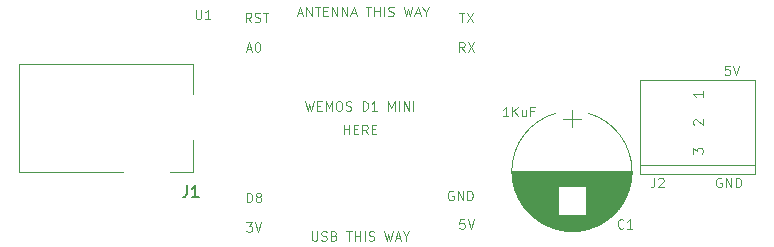
<source format=gbr>
%TF.GenerationSoftware,KiCad,Pcbnew,(5.0.0-3-g5ebb6b6)*%
%TF.CreationDate,2019-03-22T16:01:31+00:00*%
%TF.ProjectId,moodie_control_board,6D6F6F6469655F636F6E74726F6C5F62,rev?*%
%TF.SameCoordinates,Original*%
%TF.FileFunction,Legend,Top*%
%TF.FilePolarity,Positive*%
%FSLAX46Y46*%
G04 Gerber Fmt 4.6, Leading zero omitted, Abs format (unit mm)*
G04 Created by KiCad (PCBNEW (5.0.0-3-g5ebb6b6)) date Friday 22 March 2019 at 16:01:31*
%MOMM*%
%LPD*%
G01*
G04 APERTURE LIST*
%ADD10C,0.100000*%
%ADD11C,0.120000*%
%ADD12C,0.150000*%
G04 APERTURE END LIST*
D10*
X105347619Y-92311904D02*
X104966666Y-92311904D01*
X104928571Y-92692857D01*
X104966666Y-92654761D01*
X105042857Y-92616666D01*
X105233333Y-92616666D01*
X105309523Y-92654761D01*
X105347619Y-92692857D01*
X105385714Y-92769047D01*
X105385714Y-92959523D01*
X105347619Y-93035714D01*
X105309523Y-93073809D01*
X105233333Y-93111904D01*
X105042857Y-93111904D01*
X104966666Y-93073809D01*
X104928571Y-93035714D01*
X105614285Y-92311904D02*
X105880952Y-93111904D01*
X106147619Y-92311904D01*
X104640476Y-101850000D02*
X104564285Y-101811904D01*
X104450000Y-101811904D01*
X104335714Y-101850000D01*
X104259523Y-101926190D01*
X104221428Y-102002380D01*
X104183333Y-102154761D01*
X104183333Y-102269047D01*
X104221428Y-102421428D01*
X104259523Y-102497619D01*
X104335714Y-102573809D01*
X104450000Y-102611904D01*
X104526190Y-102611904D01*
X104640476Y-102573809D01*
X104678571Y-102535714D01*
X104678571Y-102269047D01*
X104526190Y-102269047D01*
X105021428Y-102611904D02*
X105021428Y-101811904D01*
X105478571Y-102611904D01*
X105478571Y-101811904D01*
X105859523Y-102611904D02*
X105859523Y-101811904D01*
X106050000Y-101811904D01*
X106164285Y-101850000D01*
X106240476Y-101926190D01*
X106278571Y-102002380D01*
X106316666Y-102154761D01*
X106316666Y-102269047D01*
X106278571Y-102421428D01*
X106240476Y-102497619D01*
X106164285Y-102573809D01*
X106050000Y-102611904D01*
X105859523Y-102611904D01*
X97750000Y-100700000D02*
X107500000Y-100700000D01*
X107500000Y-93500000D02*
X107500000Y-101500000D01*
X97750000Y-93500000D02*
X97750000Y-101500000D01*
X97750000Y-101500000D02*
X107500000Y-101500000D01*
X97750000Y-93500000D02*
X107500000Y-93500000D01*
D11*
X92750000Y-96800000D02*
X91250000Y-96800000D01*
X92000000Y-96050000D02*
X92000000Y-97550000D01*
X92279000Y-106331000D02*
X91721000Y-106331000D01*
X92672000Y-106291000D02*
X91328000Y-106291000D01*
X92913000Y-106251000D02*
X91087000Y-106251000D01*
X93104000Y-106211000D02*
X90896000Y-106211000D01*
X93265000Y-106171000D02*
X90735000Y-106171000D01*
X93407000Y-106131000D02*
X90593000Y-106131000D01*
X93536000Y-106091000D02*
X90464000Y-106091000D01*
X93654000Y-106051000D02*
X90346000Y-106051000D01*
X93763000Y-106011000D02*
X90237000Y-106011000D01*
X93866000Y-105971000D02*
X90134000Y-105971000D01*
X93962000Y-105931000D02*
X90038000Y-105931000D01*
X94053000Y-105891000D02*
X89947000Y-105891000D01*
X94140000Y-105851000D02*
X89860000Y-105851000D01*
X94222000Y-105811000D02*
X89778000Y-105811000D01*
X94301000Y-105771000D02*
X89699000Y-105771000D01*
X94377000Y-105731000D02*
X89623000Y-105731000D01*
X94449000Y-105691000D02*
X89551000Y-105691000D01*
X94519000Y-105651000D02*
X89481000Y-105651000D01*
X94587000Y-105611000D02*
X89413000Y-105611000D01*
X94652000Y-105571000D02*
X89348000Y-105571000D01*
X94715000Y-105531000D02*
X89285000Y-105531000D01*
X94777000Y-105491000D02*
X89223000Y-105491000D01*
X94836000Y-105451000D02*
X89164000Y-105451000D01*
X94894000Y-105411000D02*
X89106000Y-105411000D01*
X94949000Y-105371000D02*
X89051000Y-105371000D01*
X95004000Y-105331000D02*
X88996000Y-105331000D01*
X95057000Y-105291000D02*
X88943000Y-105291000D01*
X95108000Y-105251000D02*
X88892000Y-105251000D01*
X95158000Y-105211000D02*
X88842000Y-105211000D01*
X95207000Y-105171000D02*
X88793000Y-105171000D01*
X95255000Y-105131000D02*
X88745000Y-105131000D01*
X95302000Y-105091000D02*
X88698000Y-105091000D01*
X95347000Y-105051000D02*
X88653000Y-105051000D01*
X95391000Y-105011000D02*
X88609000Y-105011000D01*
X95435000Y-104971000D02*
X88565000Y-104971000D01*
X95477000Y-104931000D02*
X88523000Y-104931000D01*
X90819000Y-104891000D02*
X88482000Y-104891000D01*
X95518000Y-104891000D02*
X93181000Y-104891000D01*
X90819000Y-104851000D02*
X88441000Y-104851000D01*
X95559000Y-104851000D02*
X93181000Y-104851000D01*
X90819000Y-104811000D02*
X88402000Y-104811000D01*
X95598000Y-104811000D02*
X93181000Y-104811000D01*
X90819000Y-104771000D02*
X88363000Y-104771000D01*
X95637000Y-104771000D02*
X93181000Y-104771000D01*
X90819000Y-104731000D02*
X88325000Y-104731000D01*
X95675000Y-104731000D02*
X93181000Y-104731000D01*
X90819000Y-104691000D02*
X88288000Y-104691000D01*
X95712000Y-104691000D02*
X93181000Y-104691000D01*
X90819000Y-104651000D02*
X88252000Y-104651000D01*
X95748000Y-104651000D02*
X93181000Y-104651000D01*
X90819000Y-104611000D02*
X88216000Y-104611000D01*
X95784000Y-104611000D02*
X93181000Y-104611000D01*
X90819000Y-104571000D02*
X88181000Y-104571000D01*
X95819000Y-104571000D02*
X93181000Y-104571000D01*
X90819000Y-104531000D02*
X88147000Y-104531000D01*
X95853000Y-104531000D02*
X93181000Y-104531000D01*
X90819000Y-104491000D02*
X88114000Y-104491000D01*
X95886000Y-104491000D02*
X93181000Y-104491000D01*
X90819000Y-104451000D02*
X88081000Y-104451000D01*
X95919000Y-104451000D02*
X93181000Y-104451000D01*
X90819000Y-104411000D02*
X88049000Y-104411000D01*
X95951000Y-104411000D02*
X93181000Y-104411000D01*
X90819000Y-104371000D02*
X88018000Y-104371000D01*
X95982000Y-104371000D02*
X93181000Y-104371000D01*
X90819000Y-104331000D02*
X87987000Y-104331000D01*
X96013000Y-104331000D02*
X93181000Y-104331000D01*
X90819000Y-104291000D02*
X87957000Y-104291000D01*
X96043000Y-104291000D02*
X93181000Y-104291000D01*
X90819000Y-104251000D02*
X87928000Y-104251000D01*
X96072000Y-104251000D02*
X93181000Y-104251000D01*
X90819000Y-104211000D02*
X87899000Y-104211000D01*
X96101000Y-104211000D02*
X93181000Y-104211000D01*
X90819000Y-104171000D02*
X87870000Y-104171000D01*
X96130000Y-104171000D02*
X93181000Y-104171000D01*
X90819000Y-104131000D02*
X87843000Y-104131000D01*
X96157000Y-104131000D02*
X93181000Y-104131000D01*
X90819000Y-104091000D02*
X87815000Y-104091000D01*
X96185000Y-104091000D02*
X93181000Y-104091000D01*
X90819000Y-104051000D02*
X87789000Y-104051000D01*
X96211000Y-104051000D02*
X93181000Y-104051000D01*
X90819000Y-104011000D02*
X87763000Y-104011000D01*
X96237000Y-104011000D02*
X93181000Y-104011000D01*
X90819000Y-103971000D02*
X87737000Y-103971000D01*
X96263000Y-103971000D02*
X93181000Y-103971000D01*
X90819000Y-103931000D02*
X87712000Y-103931000D01*
X96288000Y-103931000D02*
X93181000Y-103931000D01*
X90819000Y-103891000D02*
X87688000Y-103891000D01*
X96312000Y-103891000D02*
X93181000Y-103891000D01*
X90819000Y-103851000D02*
X87664000Y-103851000D01*
X96336000Y-103851000D02*
X93181000Y-103851000D01*
X90819000Y-103811000D02*
X87640000Y-103811000D01*
X96360000Y-103811000D02*
X93181000Y-103811000D01*
X90819000Y-103771000D02*
X87617000Y-103771000D01*
X96383000Y-103771000D02*
X93181000Y-103771000D01*
X90819000Y-103731000D02*
X87595000Y-103731000D01*
X96405000Y-103731000D02*
X93181000Y-103731000D01*
X90819000Y-103691000D02*
X87572000Y-103691000D01*
X96428000Y-103691000D02*
X93181000Y-103691000D01*
X90819000Y-103651000D02*
X87551000Y-103651000D01*
X96449000Y-103651000D02*
X93181000Y-103651000D01*
X90819000Y-103611000D02*
X87530000Y-103611000D01*
X96470000Y-103611000D02*
X93181000Y-103611000D01*
X90819000Y-103571000D02*
X87509000Y-103571000D01*
X96491000Y-103571000D02*
X93181000Y-103571000D01*
X90819000Y-103531000D02*
X87489000Y-103531000D01*
X96511000Y-103531000D02*
X93181000Y-103531000D01*
X90819000Y-103491000D02*
X87469000Y-103491000D01*
X96531000Y-103491000D02*
X93181000Y-103491000D01*
X90819000Y-103451000D02*
X87450000Y-103451000D01*
X96550000Y-103451000D02*
X93181000Y-103451000D01*
X90819000Y-103411000D02*
X87431000Y-103411000D01*
X96569000Y-103411000D02*
X93181000Y-103411000D01*
X90819000Y-103371000D02*
X87412000Y-103371000D01*
X96588000Y-103371000D02*
X93181000Y-103371000D01*
X90819000Y-103331000D02*
X87394000Y-103331000D01*
X96606000Y-103331000D02*
X93181000Y-103331000D01*
X90819000Y-103291000D02*
X87376000Y-103291000D01*
X96624000Y-103291000D02*
X93181000Y-103291000D01*
X90819000Y-103251000D02*
X87359000Y-103251000D01*
X96641000Y-103251000D02*
X93181000Y-103251000D01*
X90819000Y-103211000D02*
X87342000Y-103211000D01*
X96658000Y-103211000D02*
X93181000Y-103211000D01*
X90819000Y-103171000D02*
X87326000Y-103171000D01*
X96674000Y-103171000D02*
X93181000Y-103171000D01*
X90819000Y-103131000D02*
X87309000Y-103131000D01*
X96691000Y-103131000D02*
X93181000Y-103131000D01*
X90819000Y-103091000D02*
X87294000Y-103091000D01*
X96706000Y-103091000D02*
X93181000Y-103091000D01*
X90819000Y-103051000D02*
X87278000Y-103051000D01*
X96722000Y-103051000D02*
X93181000Y-103051000D01*
X90819000Y-103011000D02*
X87263000Y-103011000D01*
X96737000Y-103011000D02*
X93181000Y-103011000D01*
X90819000Y-102971000D02*
X87249000Y-102971000D01*
X96751000Y-102971000D02*
X93181000Y-102971000D01*
X90819000Y-102931000D02*
X87235000Y-102931000D01*
X96765000Y-102931000D02*
X93181000Y-102931000D01*
X90819000Y-102891000D02*
X87221000Y-102891000D01*
X96779000Y-102891000D02*
X93181000Y-102891000D01*
X90819000Y-102851000D02*
X87208000Y-102851000D01*
X96792000Y-102851000D02*
X93181000Y-102851000D01*
X90819000Y-102811000D02*
X87194000Y-102811000D01*
X96806000Y-102811000D02*
X93181000Y-102811000D01*
X90819000Y-102771000D02*
X87182000Y-102771000D01*
X96818000Y-102771000D02*
X93181000Y-102771000D01*
X90819000Y-102731000D02*
X87169000Y-102731000D01*
X96831000Y-102731000D02*
X93181000Y-102731000D01*
X90819000Y-102691000D02*
X87157000Y-102691000D01*
X96843000Y-102691000D02*
X93181000Y-102691000D01*
X90819000Y-102651000D02*
X87146000Y-102651000D01*
X96854000Y-102651000D02*
X93181000Y-102651000D01*
X90819000Y-102611000D02*
X87135000Y-102611000D01*
X96865000Y-102611000D02*
X93181000Y-102611000D01*
X90819000Y-102571000D02*
X87124000Y-102571000D01*
X96876000Y-102571000D02*
X93181000Y-102571000D01*
X96887000Y-102531000D02*
X87113000Y-102531000D01*
X96897000Y-102491000D02*
X87103000Y-102491000D01*
X96907000Y-102451000D02*
X87093000Y-102451000D01*
X96917000Y-102411000D02*
X87083000Y-102411000D01*
X96926000Y-102371000D02*
X87074000Y-102371000D01*
X96935000Y-102331000D02*
X87065000Y-102331000D01*
X96943000Y-102291000D02*
X87057000Y-102291000D01*
X96951000Y-102251000D02*
X87049000Y-102251000D01*
X96959000Y-102211000D02*
X87041000Y-102211000D01*
X96967000Y-102171000D02*
X87033000Y-102171000D01*
X96974000Y-102131000D02*
X87026000Y-102131000D01*
X96981000Y-102091000D02*
X87019000Y-102091000D01*
X96987000Y-102051000D02*
X87013000Y-102051000D01*
X96993000Y-102011000D02*
X87007000Y-102011000D01*
X96999000Y-101971000D02*
X87001000Y-101971000D01*
X97005000Y-101930000D02*
X86995000Y-101930000D01*
X97010000Y-101890000D02*
X86990000Y-101890000D01*
X97015000Y-101850000D02*
X86985000Y-101850000D01*
X97020000Y-101810000D02*
X86980000Y-101810000D01*
X97024000Y-101770000D02*
X86976000Y-101770000D01*
X97028000Y-101730000D02*
X86972000Y-101730000D01*
X97031000Y-101690000D02*
X86969000Y-101690000D01*
X97035000Y-101650000D02*
X86965000Y-101650000D01*
X97038000Y-101610000D02*
X86962000Y-101610000D01*
X97040000Y-101570000D02*
X86960000Y-101570000D01*
X97043000Y-101530000D02*
X86957000Y-101530000D01*
X97045000Y-101490000D02*
X86955000Y-101490000D01*
X97047000Y-101450000D02*
X86953000Y-101450000D01*
X97048000Y-101410000D02*
X86952000Y-101410000D01*
X97049000Y-101370000D02*
X86951000Y-101370000D01*
X97050000Y-101330000D02*
X86950000Y-101330000D01*
X97050000Y-101290000D02*
X86950000Y-101290000D01*
X97050000Y-101250000D02*
X86950000Y-101250000D01*
X90616736Y-106148437D02*
G75*
G03X93380000Y-106149357I1383264J4898437D01*
G01*
X90616736Y-106148437D02*
G75*
G02X90620000Y-96350643I1383264J4898437D01*
G01*
X93383264Y-106148437D02*
G75*
G03X93380000Y-96350643I-1383264J4898437D01*
G01*
X59900000Y-92150000D02*
X59900000Y-94750000D01*
X45200000Y-92150000D02*
X59900000Y-92150000D01*
X59900000Y-101350000D02*
X58000000Y-101350000D01*
X59900000Y-98650000D02*
X59900000Y-101350000D01*
X45200000Y-101350000D02*
X45200000Y-92150000D01*
X54000000Y-101350000D02*
X45200000Y-101350000D01*
D10*
X98983333Y-101811904D02*
X98983333Y-102383333D01*
X98945238Y-102497619D01*
X98869047Y-102573809D01*
X98754761Y-102611904D01*
X98678571Y-102611904D01*
X99326190Y-101888095D02*
X99364285Y-101850000D01*
X99440476Y-101811904D01*
X99630952Y-101811904D01*
X99707142Y-101850000D01*
X99745238Y-101888095D01*
X99783333Y-101964285D01*
X99783333Y-102040476D01*
X99745238Y-102154761D01*
X99288095Y-102611904D01*
X99783333Y-102611904D01*
X102261904Y-99766666D02*
X102261904Y-99271428D01*
X102566666Y-99538095D01*
X102566666Y-99423809D01*
X102604761Y-99347619D01*
X102642857Y-99309523D01*
X102719047Y-99271428D01*
X102909523Y-99271428D01*
X102985714Y-99309523D01*
X103023809Y-99347619D01*
X103061904Y-99423809D01*
X103061904Y-99652380D01*
X103023809Y-99728571D01*
X102985714Y-99766666D01*
X102338095Y-97328571D02*
X102300000Y-97290476D01*
X102261904Y-97214285D01*
X102261904Y-97023809D01*
X102300000Y-96947619D01*
X102338095Y-96909523D01*
X102414285Y-96871428D01*
X102490476Y-96871428D01*
X102604761Y-96909523D01*
X103061904Y-97366666D01*
X103061904Y-96871428D01*
X103061904Y-94471428D02*
X103061904Y-94928571D01*
X103061904Y-94700000D02*
X102261904Y-94700000D01*
X102376190Y-94776190D01*
X102452380Y-94852380D01*
X102490476Y-94928571D01*
X96366666Y-106035714D02*
X96328571Y-106073809D01*
X96214285Y-106111904D01*
X96138095Y-106111904D01*
X96023809Y-106073809D01*
X95947619Y-105997619D01*
X95909523Y-105921428D01*
X95871428Y-105769047D01*
X95871428Y-105654761D01*
X95909523Y-105502380D01*
X95947619Y-105426190D01*
X96023809Y-105350000D01*
X96138095Y-105311904D01*
X96214285Y-105311904D01*
X96328571Y-105350000D01*
X96366666Y-105388095D01*
X97128571Y-106111904D02*
X96671428Y-106111904D01*
X96900000Y-106111904D02*
X96900000Y-105311904D01*
X96823809Y-105426190D01*
X96747619Y-105502380D01*
X96671428Y-105540476D01*
X86623809Y-96611904D02*
X86166666Y-96611904D01*
X86395238Y-96611904D02*
X86395238Y-95811904D01*
X86319047Y-95926190D01*
X86242857Y-96002380D01*
X86166666Y-96040476D01*
X86966666Y-96611904D02*
X86966666Y-95811904D01*
X87423809Y-96611904D02*
X87080952Y-96154761D01*
X87423809Y-95811904D02*
X86966666Y-96269047D01*
X88109523Y-96078571D02*
X88109523Y-96611904D01*
X87766666Y-96078571D02*
X87766666Y-96497619D01*
X87804761Y-96573809D01*
X87880952Y-96611904D01*
X87995238Y-96611904D01*
X88071428Y-96573809D01*
X88109523Y-96535714D01*
X88757142Y-96192857D02*
X88490476Y-96192857D01*
X88490476Y-96611904D02*
X88490476Y-95811904D01*
X88871428Y-95811904D01*
X60140476Y-87561904D02*
X60140476Y-88209523D01*
X60178571Y-88285714D01*
X60216666Y-88323809D01*
X60292857Y-88361904D01*
X60445238Y-88361904D01*
X60521428Y-88323809D01*
X60559523Y-88285714D01*
X60597619Y-88209523D01*
X60597619Y-87561904D01*
X61397619Y-88361904D02*
X60940476Y-88361904D01*
X61169047Y-88361904D02*
X61169047Y-87561904D01*
X61092857Y-87676190D01*
X61016666Y-87752380D01*
X60940476Y-87790476D01*
X82897619Y-105321904D02*
X82516666Y-105321904D01*
X82478571Y-105702857D01*
X82516666Y-105664761D01*
X82592857Y-105626666D01*
X82783333Y-105626666D01*
X82859523Y-105664761D01*
X82897619Y-105702857D01*
X82935714Y-105779047D01*
X82935714Y-105969523D01*
X82897619Y-106045714D01*
X82859523Y-106083809D01*
X82783333Y-106121904D01*
X82592857Y-106121904D01*
X82516666Y-106083809D01*
X82478571Y-106045714D01*
X83164285Y-105321904D02*
X83430952Y-106121904D01*
X83697619Y-105321904D01*
X81940476Y-102940000D02*
X81864285Y-102901904D01*
X81750000Y-102901904D01*
X81635714Y-102940000D01*
X81559523Y-103016190D01*
X81521428Y-103092380D01*
X81483333Y-103244761D01*
X81483333Y-103359047D01*
X81521428Y-103511428D01*
X81559523Y-103587619D01*
X81635714Y-103663809D01*
X81750000Y-103701904D01*
X81826190Y-103701904D01*
X81940476Y-103663809D01*
X81978571Y-103625714D01*
X81978571Y-103359047D01*
X81826190Y-103359047D01*
X82321428Y-103701904D02*
X82321428Y-102901904D01*
X82778571Y-103701904D01*
X82778571Y-102901904D01*
X83159523Y-103701904D02*
X83159523Y-102901904D01*
X83350000Y-102901904D01*
X83464285Y-102940000D01*
X83540476Y-103016190D01*
X83578571Y-103092380D01*
X83616666Y-103244761D01*
X83616666Y-103359047D01*
X83578571Y-103511428D01*
X83540476Y-103587619D01*
X83464285Y-103663809D01*
X83350000Y-103701904D01*
X83159523Y-103701904D01*
X68795238Y-87893333D02*
X69176190Y-87893333D01*
X68719047Y-88121904D02*
X68985714Y-87321904D01*
X69252380Y-88121904D01*
X69519047Y-88121904D02*
X69519047Y-87321904D01*
X69976190Y-88121904D01*
X69976190Y-87321904D01*
X70242857Y-87321904D02*
X70700000Y-87321904D01*
X70471428Y-88121904D02*
X70471428Y-87321904D01*
X70966666Y-87702857D02*
X71233333Y-87702857D01*
X71347619Y-88121904D02*
X70966666Y-88121904D01*
X70966666Y-87321904D01*
X71347619Y-87321904D01*
X71690476Y-88121904D02*
X71690476Y-87321904D01*
X72147619Y-88121904D01*
X72147619Y-87321904D01*
X72528571Y-88121904D02*
X72528571Y-87321904D01*
X72985714Y-88121904D01*
X72985714Y-87321904D01*
X73328571Y-87893333D02*
X73709523Y-87893333D01*
X73252380Y-88121904D02*
X73519047Y-87321904D01*
X73785714Y-88121904D01*
X74547619Y-87321904D02*
X75004761Y-87321904D01*
X74776190Y-88121904D02*
X74776190Y-87321904D01*
X75271428Y-88121904D02*
X75271428Y-87321904D01*
X75271428Y-87702857D02*
X75728571Y-87702857D01*
X75728571Y-88121904D02*
X75728571Y-87321904D01*
X76109523Y-88121904D02*
X76109523Y-87321904D01*
X76452380Y-88083809D02*
X76566666Y-88121904D01*
X76757142Y-88121904D01*
X76833333Y-88083809D01*
X76871428Y-88045714D01*
X76909523Y-87969523D01*
X76909523Y-87893333D01*
X76871428Y-87817142D01*
X76833333Y-87779047D01*
X76757142Y-87740952D01*
X76604761Y-87702857D01*
X76528571Y-87664761D01*
X76490476Y-87626666D01*
X76452380Y-87550476D01*
X76452380Y-87474285D01*
X76490476Y-87398095D01*
X76528571Y-87360000D01*
X76604761Y-87321904D01*
X76795238Y-87321904D01*
X76909523Y-87360000D01*
X77785714Y-87321904D02*
X77976190Y-88121904D01*
X78128571Y-87550476D01*
X78280952Y-88121904D01*
X78471428Y-87321904D01*
X78738095Y-87893333D02*
X79119047Y-87893333D01*
X78661904Y-88121904D02*
X78928571Y-87321904D01*
X79195238Y-88121904D01*
X79614285Y-87740952D02*
X79614285Y-88121904D01*
X79347619Y-87321904D02*
X79614285Y-87740952D01*
X79880952Y-87321904D01*
X69992857Y-106321904D02*
X69992857Y-106969523D01*
X70030952Y-107045714D01*
X70069047Y-107083809D01*
X70145238Y-107121904D01*
X70297619Y-107121904D01*
X70373809Y-107083809D01*
X70411904Y-107045714D01*
X70450000Y-106969523D01*
X70450000Y-106321904D01*
X70792857Y-107083809D02*
X70907142Y-107121904D01*
X71097619Y-107121904D01*
X71173809Y-107083809D01*
X71211904Y-107045714D01*
X71250000Y-106969523D01*
X71250000Y-106893333D01*
X71211904Y-106817142D01*
X71173809Y-106779047D01*
X71097619Y-106740952D01*
X70945238Y-106702857D01*
X70869047Y-106664761D01*
X70830952Y-106626666D01*
X70792857Y-106550476D01*
X70792857Y-106474285D01*
X70830952Y-106398095D01*
X70869047Y-106360000D01*
X70945238Y-106321904D01*
X71135714Y-106321904D01*
X71250000Y-106360000D01*
X71859523Y-106702857D02*
X71973809Y-106740952D01*
X72011904Y-106779047D01*
X72050000Y-106855238D01*
X72050000Y-106969523D01*
X72011904Y-107045714D01*
X71973809Y-107083809D01*
X71897619Y-107121904D01*
X71592857Y-107121904D01*
X71592857Y-106321904D01*
X71859523Y-106321904D01*
X71935714Y-106360000D01*
X71973809Y-106398095D01*
X72011904Y-106474285D01*
X72011904Y-106550476D01*
X71973809Y-106626666D01*
X71935714Y-106664761D01*
X71859523Y-106702857D01*
X71592857Y-106702857D01*
X72888095Y-106321904D02*
X73345238Y-106321904D01*
X73116666Y-107121904D02*
X73116666Y-106321904D01*
X73611904Y-107121904D02*
X73611904Y-106321904D01*
X73611904Y-106702857D02*
X74069047Y-106702857D01*
X74069047Y-107121904D02*
X74069047Y-106321904D01*
X74450000Y-107121904D02*
X74450000Y-106321904D01*
X74792857Y-107083809D02*
X74907142Y-107121904D01*
X75097619Y-107121904D01*
X75173809Y-107083809D01*
X75211904Y-107045714D01*
X75250000Y-106969523D01*
X75250000Y-106893333D01*
X75211904Y-106817142D01*
X75173809Y-106779047D01*
X75097619Y-106740952D01*
X74945238Y-106702857D01*
X74869047Y-106664761D01*
X74830952Y-106626666D01*
X74792857Y-106550476D01*
X74792857Y-106474285D01*
X74830952Y-106398095D01*
X74869047Y-106360000D01*
X74945238Y-106321904D01*
X75135714Y-106321904D01*
X75250000Y-106360000D01*
X76126190Y-106321904D02*
X76316666Y-107121904D01*
X76469047Y-106550476D01*
X76621428Y-107121904D01*
X76811904Y-106321904D01*
X77078571Y-106893333D02*
X77459523Y-106893333D01*
X77002380Y-107121904D02*
X77269047Y-106321904D01*
X77535714Y-107121904D01*
X77954761Y-106740952D02*
X77954761Y-107121904D01*
X77688095Y-106321904D02*
X77954761Y-106740952D01*
X78221428Y-106321904D01*
X69440476Y-95321904D02*
X69630952Y-96121904D01*
X69783333Y-95550476D01*
X69935714Y-96121904D01*
X70126190Y-95321904D01*
X70430952Y-95702857D02*
X70697619Y-95702857D01*
X70811904Y-96121904D02*
X70430952Y-96121904D01*
X70430952Y-95321904D01*
X70811904Y-95321904D01*
X71154761Y-96121904D02*
X71154761Y-95321904D01*
X71421428Y-95893333D01*
X71688095Y-95321904D01*
X71688095Y-96121904D01*
X72221428Y-95321904D02*
X72373809Y-95321904D01*
X72450000Y-95360000D01*
X72526190Y-95436190D01*
X72564285Y-95588571D01*
X72564285Y-95855238D01*
X72526190Y-96007619D01*
X72450000Y-96083809D01*
X72373809Y-96121904D01*
X72221428Y-96121904D01*
X72145238Y-96083809D01*
X72069047Y-96007619D01*
X72030952Y-95855238D01*
X72030952Y-95588571D01*
X72069047Y-95436190D01*
X72145238Y-95360000D01*
X72221428Y-95321904D01*
X72869047Y-96083809D02*
X72983333Y-96121904D01*
X73173809Y-96121904D01*
X73250000Y-96083809D01*
X73288095Y-96045714D01*
X73326190Y-95969523D01*
X73326190Y-95893333D01*
X73288095Y-95817142D01*
X73250000Y-95779047D01*
X73173809Y-95740952D01*
X73021428Y-95702857D01*
X72945238Y-95664761D01*
X72907142Y-95626666D01*
X72869047Y-95550476D01*
X72869047Y-95474285D01*
X72907142Y-95398095D01*
X72945238Y-95360000D01*
X73021428Y-95321904D01*
X73211904Y-95321904D01*
X73326190Y-95360000D01*
X74278571Y-96121904D02*
X74278571Y-95321904D01*
X74469047Y-95321904D01*
X74583333Y-95360000D01*
X74659523Y-95436190D01*
X74697619Y-95512380D01*
X74735714Y-95664761D01*
X74735714Y-95779047D01*
X74697619Y-95931428D01*
X74659523Y-96007619D01*
X74583333Y-96083809D01*
X74469047Y-96121904D01*
X74278571Y-96121904D01*
X75497619Y-96121904D02*
X75040476Y-96121904D01*
X75269047Y-96121904D02*
X75269047Y-95321904D01*
X75192857Y-95436190D01*
X75116666Y-95512380D01*
X75040476Y-95550476D01*
X76450000Y-96121904D02*
X76450000Y-95321904D01*
X76716666Y-95893333D01*
X76983333Y-95321904D01*
X76983333Y-96121904D01*
X77364285Y-96121904D02*
X77364285Y-95321904D01*
X77745238Y-96121904D02*
X77745238Y-95321904D01*
X78202380Y-96121904D01*
X78202380Y-95321904D01*
X78583333Y-96121904D02*
X78583333Y-95321904D01*
X64478571Y-90893333D02*
X64859523Y-90893333D01*
X64402380Y-91121904D02*
X64669047Y-90321904D01*
X64935714Y-91121904D01*
X65354761Y-90321904D02*
X65430952Y-90321904D01*
X65507142Y-90360000D01*
X65545238Y-90398095D01*
X65583333Y-90474285D01*
X65621428Y-90626666D01*
X65621428Y-90817142D01*
X65583333Y-90969523D01*
X65545238Y-91045714D01*
X65507142Y-91083809D01*
X65430952Y-91121904D01*
X65354761Y-91121904D01*
X65278571Y-91083809D01*
X65240476Y-91045714D01*
X65202380Y-90969523D01*
X65164285Y-90817142D01*
X65164285Y-90626666D01*
X65202380Y-90474285D01*
X65240476Y-90398095D01*
X65278571Y-90360000D01*
X65354761Y-90321904D01*
X64459523Y-103871904D02*
X64459523Y-103071904D01*
X64650000Y-103071904D01*
X64764285Y-103110000D01*
X64840476Y-103186190D01*
X64878571Y-103262380D01*
X64916666Y-103414761D01*
X64916666Y-103529047D01*
X64878571Y-103681428D01*
X64840476Y-103757619D01*
X64764285Y-103833809D01*
X64650000Y-103871904D01*
X64459523Y-103871904D01*
X65373809Y-103414761D02*
X65297619Y-103376666D01*
X65259523Y-103338571D01*
X65221428Y-103262380D01*
X65221428Y-103224285D01*
X65259523Y-103148095D01*
X65297619Y-103110000D01*
X65373809Y-103071904D01*
X65526190Y-103071904D01*
X65602380Y-103110000D01*
X65640476Y-103148095D01*
X65678571Y-103224285D01*
X65678571Y-103262380D01*
X65640476Y-103338571D01*
X65602380Y-103376666D01*
X65526190Y-103414761D01*
X65373809Y-103414761D01*
X65297619Y-103452857D01*
X65259523Y-103490952D01*
X65221428Y-103567142D01*
X65221428Y-103719523D01*
X65259523Y-103795714D01*
X65297619Y-103833809D01*
X65373809Y-103871904D01*
X65526190Y-103871904D01*
X65602380Y-103833809D01*
X65640476Y-103795714D01*
X65678571Y-103719523D01*
X65678571Y-103567142D01*
X65640476Y-103490952D01*
X65602380Y-103452857D01*
X65526190Y-103414761D01*
X64440476Y-105571904D02*
X64935714Y-105571904D01*
X64669047Y-105876666D01*
X64783333Y-105876666D01*
X64859523Y-105914761D01*
X64897619Y-105952857D01*
X64935714Y-106029047D01*
X64935714Y-106219523D01*
X64897619Y-106295714D01*
X64859523Y-106333809D01*
X64783333Y-106371904D01*
X64554761Y-106371904D01*
X64478571Y-106333809D01*
X64440476Y-106295714D01*
X65164285Y-105571904D02*
X65430952Y-106371904D01*
X65697619Y-105571904D01*
X82916666Y-91121904D02*
X82650000Y-90740952D01*
X82459523Y-91121904D02*
X82459523Y-90321904D01*
X82764285Y-90321904D01*
X82840476Y-90360000D01*
X82878571Y-90398095D01*
X82916666Y-90474285D01*
X82916666Y-90588571D01*
X82878571Y-90664761D01*
X82840476Y-90702857D01*
X82764285Y-90740952D01*
X82459523Y-90740952D01*
X83183333Y-90321904D02*
X83716666Y-91121904D01*
X83716666Y-90321904D02*
X83183333Y-91121904D01*
X82440476Y-87821904D02*
X82897619Y-87821904D01*
X82669047Y-88621904D02*
X82669047Y-87821904D01*
X83088095Y-87821904D02*
X83621428Y-88621904D01*
X83621428Y-87821904D02*
X83088095Y-88621904D01*
X64861904Y-88621904D02*
X64595238Y-88240952D01*
X64404761Y-88621904D02*
X64404761Y-87821904D01*
X64709523Y-87821904D01*
X64785714Y-87860000D01*
X64823809Y-87898095D01*
X64861904Y-87974285D01*
X64861904Y-88088571D01*
X64823809Y-88164761D01*
X64785714Y-88202857D01*
X64709523Y-88240952D01*
X64404761Y-88240952D01*
X65166666Y-88583809D02*
X65280952Y-88621904D01*
X65471428Y-88621904D01*
X65547619Y-88583809D01*
X65585714Y-88545714D01*
X65623809Y-88469523D01*
X65623809Y-88393333D01*
X65585714Y-88317142D01*
X65547619Y-88279047D01*
X65471428Y-88240952D01*
X65319047Y-88202857D01*
X65242857Y-88164761D01*
X65204761Y-88126666D01*
X65166666Y-88050476D01*
X65166666Y-87974285D01*
X65204761Y-87898095D01*
X65242857Y-87860000D01*
X65319047Y-87821904D01*
X65509523Y-87821904D01*
X65623809Y-87860000D01*
X65852380Y-87821904D02*
X66309523Y-87821904D01*
X66080952Y-88621904D02*
X66080952Y-87821904D01*
X72697619Y-98121904D02*
X72697619Y-97321904D01*
X72697619Y-97702857D02*
X73154761Y-97702857D01*
X73154761Y-98121904D02*
X73154761Y-97321904D01*
X73535714Y-97702857D02*
X73802380Y-97702857D01*
X73916666Y-98121904D02*
X73535714Y-98121904D01*
X73535714Y-97321904D01*
X73916666Y-97321904D01*
X74716666Y-98121904D02*
X74450000Y-97740952D01*
X74259523Y-98121904D02*
X74259523Y-97321904D01*
X74564285Y-97321904D01*
X74640476Y-97360000D01*
X74678571Y-97398095D01*
X74716666Y-97474285D01*
X74716666Y-97588571D01*
X74678571Y-97664761D01*
X74640476Y-97702857D01*
X74564285Y-97740952D01*
X74259523Y-97740952D01*
X75059523Y-97702857D02*
X75326190Y-97702857D01*
X75440476Y-98121904D02*
X75059523Y-98121904D01*
X75059523Y-97321904D01*
X75440476Y-97321904D01*
D12*
X59416666Y-102452380D02*
X59416666Y-103166666D01*
X59369047Y-103309523D01*
X59273809Y-103404761D01*
X59130952Y-103452380D01*
X59035714Y-103452380D01*
X60416666Y-103452380D02*
X59845238Y-103452380D01*
X60130952Y-103452380D02*
X60130952Y-102452380D01*
X60035714Y-102595238D01*
X59940476Y-102690476D01*
X59845238Y-102738095D01*
M02*

</source>
